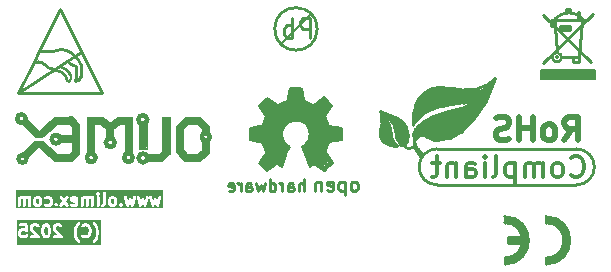
<source format=gbr>
%TF.GenerationSoftware,KiCad,Pcbnew,7.0.9-7.0.9~ubuntu22.04.1*%
%TF.CreationDate,2025-02-28T15:02:42+02:00*%
%TF.ProjectId,UEXT-3TO5V_Rev_A,55455854-2d33-4544-9f35-565f5265765f,A*%
%TF.SameCoordinates,PX68e7780PY76bb820*%
%TF.FileFunction,Legend,Bot*%
%TF.FilePolarity,Positive*%
%FSLAX46Y46*%
G04 Gerber Fmt 4.6, Leading zero omitted, Abs format (unit mm)*
G04 Created by KiCad (PCBNEW 7.0.9-7.0.9~ubuntu22.04.1) date 2025-02-28 15:02:42*
%MOMM*%
%LPD*%
G01*
G04 APERTURE LIST*
%ADD10C,0.254000*%
%ADD11C,0.350000*%
%ADD12C,0.500000*%
%ADD13C,0.300000*%
%ADD14C,0.200000*%
%ADD15C,0.150000*%
%ADD16C,0.127000*%
%ADD17C,0.700000*%
%ADD18C,0.100000*%
%ADD19C,0.400000*%
%ADD20C,0.370000*%
%ADD21C,0.380000*%
%ADD22C,1.000000*%
%ADD23C,0.420000*%
%ADD24C,0.508000*%
G04 APERTURE END LIST*
D10*
G36*
X3027339Y3875433D02*
G01*
X3046578Y3856194D01*
X3079506Y3790338D01*
X3120714Y3625506D01*
X3120714Y3414869D01*
X3079506Y3250037D01*
X3046578Y3184181D01*
X3027340Y3164944D01*
X2975829Y3139188D01*
X2939027Y3139188D01*
X2887515Y3164944D01*
X2868278Y3184181D01*
X2835350Y3250037D01*
X2794142Y3414869D01*
X2794142Y3625506D01*
X2835350Y3790338D01*
X2868278Y3856194D01*
X2887517Y3875433D01*
X2939027Y3901188D01*
X2975829Y3901188D01*
X3027339Y3875433D01*
G37*
G36*
X7583856Y2353321D02*
G01*
X459761Y2353321D01*
X459761Y3205711D01*
X604904Y3205711D01*
X608147Y3194666D01*
X606911Y3183218D01*
X618312Y3148915D01*
X666693Y3052153D01*
X668313Y3050411D01*
X668820Y3048084D01*
X690482Y3019146D01*
X738863Y2970765D01*
X740953Y2969624D01*
X742169Y2967577D01*
X771871Y2946975D01*
X868633Y2898595D01*
X879963Y2896557D01*
X889648Y2890332D01*
X925428Y2885188D01*
X1167333Y2885188D01*
X1178377Y2888432D01*
X1189825Y2887195D01*
X1224128Y2898595D01*
X1320890Y2946975D01*
X1322633Y2948597D01*
X1324960Y2949103D01*
X1353898Y2970765D01*
X1402279Y3019146D01*
X1436573Y3081953D01*
X1431469Y3153331D01*
X1388584Y3210617D01*
X1321536Y3235625D01*
X1251611Y3220414D01*
X1222673Y3198752D01*
X1188864Y3164944D01*
X1137353Y3139188D01*
X955408Y3139188D01*
X903896Y3164944D01*
X884659Y3184181D01*
X858904Y3235691D01*
X858904Y3417636D01*
X884659Y3469146D01*
X903898Y3488385D01*
X955408Y3514140D01*
X1137353Y3514140D01*
X1188863Y3488385D01*
X1222673Y3454575D01*
X1247949Y3440774D01*
X1271475Y3424179D01*
X1278930Y3423858D01*
X1285480Y3420281D01*
X1314201Y3422335D01*
X1342969Y3421093D01*
X1349414Y3424853D01*
X1356858Y3425385D01*
X1379909Y3442642D01*
X1404781Y3457150D01*
X1408171Y3463799D01*
X1414144Y3468270D01*
X1424205Y3495246D01*
X1437287Y3520901D01*
X1437746Y3531551D01*
X1439152Y3535318D01*
X1438115Y3540085D01*
X1438846Y3557015D01*
X1420757Y3737902D01*
X1572523Y3737902D01*
X1573193Y3735619D01*
X1572606Y3733312D01*
X1579040Y3697741D01*
X1627421Y3552598D01*
X1633991Y3543144D01*
X1636439Y3531894D01*
X1658102Y3502956D01*
X2021870Y3139188D01*
X1699523Y3139188D01*
X1630862Y3119027D01*
X1584000Y3064946D01*
X1573816Y2994114D01*
X1603543Y2929021D01*
X1663743Y2890332D01*
X1699523Y2885188D01*
X2328476Y2885188D01*
X2350235Y2891578D01*
X2372858Y2893195D01*
X2383902Y2901463D01*
X2397137Y2905349D01*
X2411987Y2922488D01*
X2430145Y2936080D01*
X2434965Y2949006D01*
X2443999Y2959430D01*
X2447226Y2981879D01*
X2455152Y3003128D01*
X2452219Y3016608D01*
X2454183Y3030262D01*
X2444761Y3050892D01*
X2439941Y3073053D01*
X2426349Y3091209D01*
X2424456Y3095355D01*
X2422123Y3096854D01*
X2418278Y3101991D01*
X2121033Y3399235D01*
X2540142Y3399235D01*
X2541114Y3395923D01*
X2543934Y3368433D01*
X2592315Y3174909D01*
X2594567Y3171070D01*
X2601931Y3148915D01*
X2650312Y3052153D01*
X2651932Y3050411D01*
X2652439Y3048084D01*
X2674101Y3019146D01*
X2722482Y2970765D01*
X2724572Y2969624D01*
X2725788Y2967577D01*
X2755490Y2946975D01*
X2852252Y2898595D01*
X2863582Y2896557D01*
X2873267Y2890332D01*
X2909047Y2885188D01*
X3005809Y2885188D01*
X3016853Y2888432D01*
X3028301Y2887195D01*
X3062604Y2898595D01*
X3159366Y2946975D01*
X3161109Y2948597D01*
X3163436Y2949103D01*
X3192374Y2970765D01*
X3240755Y3019146D01*
X3241896Y3021236D01*
X3243942Y3022451D01*
X3264544Y3052153D01*
X3312925Y3148915D01*
X3313713Y3153296D01*
X3322541Y3174909D01*
X3370922Y3368433D01*
X3370781Y3371884D01*
X3374714Y3399235D01*
X3374714Y3641140D01*
X3373741Y3644453D01*
X3370922Y3671942D01*
X3354432Y3737902D01*
X3507761Y3737902D01*
X3508431Y3735619D01*
X3507844Y3733312D01*
X3514278Y3697741D01*
X3562659Y3552598D01*
X3569229Y3543144D01*
X3571677Y3531894D01*
X3593340Y3502956D01*
X3957108Y3139188D01*
X3634761Y3139188D01*
X3566100Y3119027D01*
X3519238Y3064946D01*
X3509054Y2994114D01*
X3538781Y2929021D01*
X3598981Y2890332D01*
X3634761Y2885188D01*
X4263714Y2885188D01*
X4285473Y2891578D01*
X4308096Y2893195D01*
X4319140Y2901463D01*
X4332375Y2905349D01*
X4347225Y2922488D01*
X4365383Y2936080D01*
X4370203Y2949006D01*
X4379237Y2959430D01*
X4382464Y2981879D01*
X4390390Y3003128D01*
X4387457Y3016608D01*
X4389421Y3030262D01*
X4379999Y3050892D01*
X4375179Y3073053D01*
X4361587Y3091209D01*
X4359694Y3095355D01*
X4357361Y3096854D01*
X4353516Y3101991D01*
X4153034Y3302473D01*
X5297856Y3302473D01*
X5299213Y3297851D01*
X5300322Y3277566D01*
X5348703Y3035661D01*
X5350674Y3031901D01*
X5352754Y3020407D01*
X5401135Y2875265D01*
X5403745Y2871509D01*
X5408026Y2858630D01*
X5456407Y2761868D01*
X5459298Y2758760D01*
X5464329Y2748217D01*
X5561091Y2603074D01*
X5564783Y2599982D01*
X5576958Y2583718D01*
X5625339Y2535337D01*
X5688146Y2501043D01*
X5759524Y2506147D01*
X5816810Y2549032D01*
X5841818Y2616080D01*
X5826607Y2686005D01*
X5804945Y2714943D01*
X5765453Y2754435D01*
X5680055Y2882532D01*
X5639247Y2964147D01*
X5596219Y3093230D01*
X5591263Y3118009D01*
X5927132Y3118009D01*
X5942343Y3048084D01*
X5964005Y3019146D01*
X6012386Y2970765D01*
X6022491Y2965247D01*
X6029712Y2956279D01*
X6062029Y2940085D01*
X6207172Y2891705D01*
X6209549Y2891620D01*
X6211552Y2890332D01*
X6247332Y2885188D01*
X6344094Y2885188D01*
X6346377Y2885859D01*
X6348684Y2885271D01*
X6384254Y2891705D01*
X6529397Y2940085D01*
X6538851Y2946656D01*
X6550102Y2949103D01*
X6579040Y2970765D01*
X6675801Y3067527D01*
X6676941Y3069617D01*
X6678989Y3070832D01*
X6699591Y3100534D01*
X6747972Y3197296D01*
X6748760Y3201677D01*
X6757588Y3223290D01*
X6805969Y3416814D01*
X6805828Y3420265D01*
X6809761Y3447616D01*
X6809761Y3592759D01*
X6808788Y3596072D01*
X6805969Y3623561D01*
X6757588Y3817085D01*
X6755335Y3820925D01*
X6747972Y3843079D01*
X6699591Y3939841D01*
X6697970Y3941584D01*
X6697464Y3943910D01*
X6675801Y3972848D01*
X6579040Y4069610D01*
X6568934Y4075128D01*
X6561715Y4084095D01*
X6529398Y4100290D01*
X6384255Y4148671D01*
X6381876Y4148758D01*
X6379874Y4150044D01*
X6344094Y4155188D01*
X6247332Y4155188D01*
X6245047Y4154518D01*
X6242741Y4155105D01*
X6207171Y4148671D01*
X6062028Y4100290D01*
X6052573Y4093720D01*
X6041324Y4091272D01*
X6012386Y4069610D01*
X5964005Y4021229D01*
X5929711Y3958422D01*
X5934815Y3887044D01*
X5977700Y3829757D01*
X6044748Y3804750D01*
X6114673Y3819961D01*
X6143611Y3841623D01*
X6170793Y3868805D01*
X6267942Y3901188D01*
X6323484Y3901188D01*
X6420633Y3868805D01*
X6481624Y3807815D01*
X6514553Y3741957D01*
X6555761Y3577125D01*
X6555761Y3463250D01*
X6514553Y3298418D01*
X6481624Y3232561D01*
X6420633Y3171570D01*
X6323485Y3139188D01*
X6267941Y3139188D01*
X6170793Y3171570D01*
X6143611Y3198752D01*
X6080804Y3233046D01*
X6009426Y3227942D01*
X5952139Y3185057D01*
X5927132Y3118009D01*
X5591263Y3118009D01*
X5551856Y3315050D01*
X5551856Y3483421D01*
X5596220Y3705242D01*
X5639248Y3834325D01*
X5680054Y3915939D01*
X5765454Y4044037D01*
X5804945Y4083527D01*
X5839239Y4146334D01*
X5836661Y4182390D01*
X6894751Y4182390D01*
X6909962Y4112465D01*
X6931624Y4083527D01*
X6971116Y4044035D01*
X7056514Y3915939D01*
X7097321Y3834325D01*
X7140348Y3705243D01*
X7184713Y3483420D01*
X7184713Y3315050D01*
X7140348Y3093228D01*
X7097321Y2964147D01*
X7056514Y2882532D01*
X6971116Y2754435D01*
X6931624Y2714943D01*
X6897330Y2652136D01*
X6902434Y2580758D01*
X6945319Y2523471D01*
X7012367Y2498464D01*
X7082292Y2513675D01*
X7111230Y2535337D01*
X7159611Y2583718D01*
X7161921Y2587951D01*
X7175478Y2603074D01*
X7272240Y2748217D01*
X7273504Y2752270D01*
X7280162Y2761868D01*
X7328543Y2858630D01*
X7329352Y2863131D01*
X7335434Y2875265D01*
X7383815Y3020407D01*
X7383968Y3024650D01*
X7387866Y3035661D01*
X7436247Y3277567D01*
X7435822Y3282368D01*
X7438713Y3302473D01*
X7438713Y3495997D01*
X7437355Y3500620D01*
X7436247Y3520903D01*
X7387866Y3762809D01*
X7385894Y3766570D01*
X7383815Y3778063D01*
X7335434Y3923206D01*
X7332823Y3926963D01*
X7328543Y3939841D01*
X7280162Y4036603D01*
X7277271Y4039711D01*
X7272240Y4050255D01*
X7175478Y4195396D01*
X7171785Y4198489D01*
X7159611Y4214752D01*
X7111230Y4263133D01*
X7048423Y4297427D01*
X6977045Y4292323D01*
X6919758Y4249438D01*
X6894751Y4182390D01*
X5836661Y4182390D01*
X5834135Y4217712D01*
X5791250Y4274998D01*
X5724202Y4300006D01*
X5654277Y4284795D01*
X5625339Y4263133D01*
X5576958Y4214752D01*
X5574647Y4210520D01*
X5561091Y4195396D01*
X5464329Y4050254D01*
X5463064Y4046202D01*
X5456407Y4036603D01*
X5408026Y3939841D01*
X5407216Y3935341D01*
X5401135Y3923206D01*
X5352754Y3778063D01*
X5352600Y3773821D01*
X5348703Y3762809D01*
X5300322Y3520904D01*
X5300746Y3516103D01*
X5297856Y3495997D01*
X5297856Y3302473D01*
X4153034Y3302473D01*
X3794144Y3661362D01*
X3761761Y3758512D01*
X3761761Y3804684D01*
X3787516Y3856194D01*
X3806755Y3875433D01*
X3858265Y3901188D01*
X4040210Y3901188D01*
X4091720Y3875433D01*
X4125530Y3841623D01*
X4188337Y3807329D01*
X4259715Y3812433D01*
X4317001Y3855318D01*
X4342009Y3922366D01*
X4326798Y3992291D01*
X4305136Y4021229D01*
X4256755Y4069610D01*
X4254665Y4070752D01*
X4253450Y4072797D01*
X4223748Y4093399D01*
X4126986Y4141780D01*
X4115656Y4143819D01*
X4105970Y4150044D01*
X4070190Y4155188D01*
X3828285Y4155188D01*
X3817239Y4151945D01*
X3805792Y4153181D01*
X3771489Y4141780D01*
X3674727Y4093399D01*
X3672984Y4091779D01*
X3670658Y4091272D01*
X3641720Y4069610D01*
X3593339Y4021229D01*
X3592197Y4019140D01*
X3590152Y4017924D01*
X3569550Y3988222D01*
X3521169Y3891460D01*
X3519130Y3880131D01*
X3512905Y3870444D01*
X3507761Y3834664D01*
X3507761Y3737902D01*
X3354432Y3737902D01*
X3322541Y3865466D01*
X3320288Y3869306D01*
X3312925Y3891460D01*
X3264544Y3988222D01*
X3262923Y3989965D01*
X3262417Y3992291D01*
X3240755Y4021229D01*
X3192374Y4069610D01*
X3190284Y4070752D01*
X3189069Y4072797D01*
X3159367Y4093399D01*
X3062605Y4141780D01*
X3051275Y4143819D01*
X3041589Y4150044D01*
X3005809Y4155188D01*
X2909047Y4155188D01*
X2898001Y4151945D01*
X2886554Y4153181D01*
X2852251Y4141780D01*
X2755489Y4093399D01*
X2753746Y4091779D01*
X2751420Y4091272D01*
X2722482Y4069610D01*
X2674101Y4021229D01*
X2672959Y4019140D01*
X2670914Y4017924D01*
X2650312Y3988222D01*
X2601931Y3891460D01*
X2601142Y3887080D01*
X2592315Y3865466D01*
X2543934Y3671942D01*
X2544074Y3668492D01*
X2540142Y3641140D01*
X2540142Y3399235D01*
X2121033Y3399235D01*
X1858906Y3661362D01*
X1826523Y3758512D01*
X1826523Y3804684D01*
X1852278Y3856194D01*
X1871517Y3875433D01*
X1923027Y3901188D01*
X2104972Y3901188D01*
X2156482Y3875433D01*
X2190292Y3841623D01*
X2253099Y3807329D01*
X2324477Y3812433D01*
X2381763Y3855318D01*
X2406771Y3922366D01*
X2391560Y3992291D01*
X2369898Y4021229D01*
X2321517Y4069610D01*
X2319427Y4070752D01*
X2318212Y4072797D01*
X2288510Y4093399D01*
X2191748Y4141780D01*
X2180418Y4143819D01*
X2170732Y4150044D01*
X2134952Y4155188D01*
X1893047Y4155188D01*
X1882001Y4151945D01*
X1870554Y4153181D01*
X1836251Y4141780D01*
X1739489Y4093399D01*
X1737746Y4091779D01*
X1735420Y4091272D01*
X1706482Y4069610D01*
X1658101Y4021229D01*
X1656959Y4019140D01*
X1654914Y4017924D01*
X1634312Y3988222D01*
X1585931Y3891460D01*
X1583892Y3880131D01*
X1577667Y3870444D01*
X1572523Y3834664D01*
X1572523Y3737902D01*
X1420757Y3737902D01*
X1390465Y4040825D01*
X1389398Y4043456D01*
X1389802Y4046262D01*
X1376033Y4076411D01*
X1363572Y4107139D01*
X1361253Y4108775D01*
X1360075Y4111355D01*
X1332179Y4129283D01*
X1305096Y4148387D01*
X1302263Y4148510D01*
X1299875Y4150044D01*
X1264095Y4155188D01*
X780285Y4155188D01*
X711624Y4135027D01*
X664762Y4080946D01*
X654578Y4010114D01*
X684305Y3945021D01*
X744505Y3906332D01*
X780285Y3901188D01*
X1149161Y3901188D01*
X1162466Y3768140D01*
X925428Y3768140D01*
X914382Y3764897D01*
X902935Y3766133D01*
X868632Y3754732D01*
X771870Y3706351D01*
X770127Y3704731D01*
X767801Y3704224D01*
X738863Y3682562D01*
X690482Y3634181D01*
X689340Y3632092D01*
X687295Y3630876D01*
X666693Y3601174D01*
X618312Y3504412D01*
X616273Y3493083D01*
X610048Y3483396D01*
X604904Y3447616D01*
X604904Y3205711D01*
X459761Y3205711D01*
X459761Y4445149D01*
X7583856Y4445149D01*
X7583856Y2353321D01*
G37*
G36*
X2350005Y6203766D02*
G01*
X2369244Y6184527D01*
X2394999Y6133017D01*
X2394999Y5902691D01*
X2369244Y5851181D01*
X2350006Y5831944D01*
X2298495Y5806188D01*
X2213312Y5806188D01*
X2161800Y5831944D01*
X2142563Y5851181D01*
X2116808Y5902691D01*
X2116808Y6133017D01*
X2142563Y6184527D01*
X2161802Y6203766D01*
X2213312Y6229521D01*
X2298495Y6229521D01*
X2350005Y6203766D01*
G37*
G36*
X5426958Y6213480D02*
G01*
X5442999Y6181398D01*
X5442999Y6172770D01*
X5232148Y6214940D01*
X5261312Y6229521D01*
X5394876Y6229521D01*
X5426958Y6213480D01*
G37*
G36*
X8687910Y6203766D02*
G01*
X8707149Y6184527D01*
X8732904Y6133017D01*
X8732904Y5902691D01*
X8707149Y5851181D01*
X8687911Y5831944D01*
X8636400Y5806188D01*
X8551217Y5806188D01*
X8499705Y5831944D01*
X8480468Y5851181D01*
X8454713Y5902691D01*
X8454713Y6133017D01*
X8480468Y6184527D01*
X8499707Y6203766D01*
X8551217Y6229521D01*
X8636400Y6229521D01*
X8687910Y6203766D01*
G37*
G36*
X12852495Y5407045D02*
G01*
X411380Y5407045D01*
X411380Y5679188D01*
X556523Y5679188D01*
X576684Y5610527D01*
X630765Y5563665D01*
X701597Y5553481D01*
X766690Y5583208D01*
X805379Y5643408D01*
X810523Y5679188D01*
X810523Y6181398D01*
X826563Y6213480D01*
X858646Y6229521D01*
X943828Y6229521D01*
X975910Y6213480D01*
X991951Y6181398D01*
X991951Y5679188D01*
X1012112Y5610527D01*
X1066193Y5563665D01*
X1137025Y5553481D01*
X1202118Y5583208D01*
X1240807Y5643408D01*
X1245951Y5679188D01*
X1245951Y6181398D01*
X1261992Y6213480D01*
X1294074Y6229521D01*
X1379257Y6229521D01*
X1427380Y6205460D01*
X1427380Y5679188D01*
X1447541Y5610527D01*
X1501622Y5563665D01*
X1572454Y5553481D01*
X1637547Y5583208D01*
X1676236Y5643408D01*
X1681380Y5679188D01*
X1681380Y5872711D01*
X1862808Y5872711D01*
X1866051Y5861666D01*
X1864815Y5850218D01*
X1876216Y5815915D01*
X1924597Y5719153D01*
X1926217Y5717411D01*
X1926724Y5715084D01*
X1948386Y5686146D01*
X1996767Y5637765D01*
X1998857Y5636624D01*
X2000073Y5634577D01*
X2029775Y5613975D01*
X2126537Y5565595D01*
X2137867Y5563557D01*
X2147552Y5557332D01*
X2183332Y5552188D01*
X2328475Y5552188D01*
X2339519Y5555432D01*
X2350967Y5554195D01*
X2385270Y5565595D01*
X2482032Y5613975D01*
X2483775Y5615597D01*
X2486102Y5616103D01*
X2515040Y5637765D01*
X2563421Y5686146D01*
X2564562Y5688236D01*
X2566608Y5689451D01*
X2587210Y5719153D01*
X2635591Y5815915D01*
X2637629Y5827245D01*
X2643855Y5836931D01*
X2648999Y5872711D01*
X2648999Y6162997D01*
X2645755Y6174043D01*
X2646992Y6185490D01*
X2635591Y6219793D01*
X2593655Y6303665D01*
X2782125Y6303665D01*
X2804693Y6235756D01*
X2860392Y6190830D01*
X2931539Y6183147D01*
X2965842Y6194548D01*
X3035788Y6229521D01*
X3169352Y6229521D01*
X3220862Y6203766D01*
X3240101Y6184527D01*
X3265856Y6133017D01*
X3265856Y5902691D01*
X3240101Y5851181D01*
X3220863Y5831944D01*
X3169352Y5806188D01*
X3035788Y5806188D01*
X2965841Y5841161D01*
X2895413Y5853834D01*
X2829312Y5826419D01*
X2788527Y5767619D01*
X2786006Y5696104D01*
X2822549Y5634577D01*
X2852251Y5613975D01*
X2949013Y5565595D01*
X2960343Y5563557D01*
X2970028Y5557332D01*
X3005808Y5552188D01*
X3199332Y5552188D01*
X3210376Y5555432D01*
X3221824Y5554195D01*
X3256127Y5565595D01*
X3352889Y5613975D01*
X3354632Y5615597D01*
X3356959Y5616103D01*
X3385897Y5637765D01*
X3434278Y5686146D01*
X3435419Y5688236D01*
X3437465Y5689451D01*
X3458067Y5719153D01*
X3466804Y5736627D01*
X3653228Y5736627D01*
X3658980Y5710183D01*
X3660911Y5683186D01*
X3666467Y5675763D01*
X3668439Y5666702D01*
X3690102Y5637765D01*
X3738483Y5589385D01*
X3746620Y5584942D01*
X3752176Y5577520D01*
X3765101Y5572700D01*
X3775527Y5563665D01*
X3789183Y5561702D01*
X3801290Y5555091D01*
X3810536Y5555753D01*
X3819224Y5552512D01*
X3832704Y5555445D01*
X3846359Y5553481D01*
X3858907Y5559212D01*
X3872668Y5560196D01*
X3880088Y5565752D01*
X3889149Y5567722D01*
X3907306Y5581315D01*
X3911452Y5583208D01*
X3912950Y5585540D01*
X3918087Y5589385D01*
X3966467Y5637764D01*
X3970911Y5645904D01*
X3978334Y5651460D01*
X3987791Y5676816D01*
X3995649Y5691206D01*
X4088902Y5691206D01*
X4102475Y5620945D01*
X4151879Y5569176D01*
X4221429Y5552335D01*
X4289044Y5575768D01*
X4315194Y5600725D01*
X4481427Y5812295D01*
X4647660Y5600725D01*
X4705934Y5559191D01*
X4777411Y5555755D01*
X4839399Y5591509D01*
X4872217Y5655100D01*
X4865446Y5726339D01*
X4847385Y5757652D01*
X4642939Y6017855D01*
X4718966Y6114616D01*
X4959189Y6114616D01*
X4968332Y6083477D01*
X4975762Y6051887D01*
X4978340Y6049394D01*
X4979350Y6045955D01*
X5003867Y6024710D01*
X5027206Y6002143D01*
X5031779Y6000525D01*
X5033431Y5999093D01*
X5037459Y5998514D01*
X5061282Y5990082D01*
X5442999Y5913739D01*
X5442999Y5854310D01*
X5426958Y5822230D01*
X5394876Y5806188D01*
X5261312Y5806188D01*
X5191365Y5841161D01*
X5120937Y5853834D01*
X5054836Y5826419D01*
X5014051Y5767619D01*
X5011530Y5696104D01*
X5048073Y5634577D01*
X5077775Y5613975D01*
X5174537Y5565595D01*
X5185867Y5563557D01*
X5195552Y5557332D01*
X5231332Y5552188D01*
X5424856Y5552188D01*
X5435900Y5555432D01*
X5447348Y5554195D01*
X5481651Y5565595D01*
X5578413Y5613975D01*
X5595059Y5629460D01*
X5614608Y5641070D01*
X5627458Y5659597D01*
X5630810Y5662714D01*
X5631504Y5665430D01*
X5635210Y5670772D01*
X5639418Y5679188D01*
X5878428Y5679188D01*
X5898589Y5610527D01*
X5952670Y5563665D01*
X6023502Y5553481D01*
X6088595Y5583208D01*
X6127284Y5643408D01*
X6132428Y5679188D01*
X6132428Y6181398D01*
X6148468Y6213480D01*
X6180551Y6229521D01*
X6265733Y6229521D01*
X6297815Y6213480D01*
X6313856Y6181398D01*
X6313856Y5679188D01*
X6334017Y5610527D01*
X6388098Y5563665D01*
X6458930Y5553481D01*
X6524023Y5583208D01*
X6562712Y5643408D01*
X6567856Y5679188D01*
X6567856Y6181398D01*
X6583897Y6213480D01*
X6615979Y6229521D01*
X6701162Y6229521D01*
X6749285Y6205460D01*
X6749285Y5679188D01*
X6769446Y5610527D01*
X6823527Y5563665D01*
X6894359Y5553481D01*
X6959452Y5583208D01*
X6998141Y5643408D01*
X7003285Y5679188D01*
X7003285Y6356521D01*
X6983124Y6425182D01*
X6929043Y6472044D01*
X6858211Y6482228D01*
X6808820Y6459672D01*
X6787938Y6470113D01*
X6776608Y6472152D01*
X6766922Y6478377D01*
X6731142Y6483521D01*
X6585999Y6483521D01*
X6574953Y6480278D01*
X6563506Y6481514D01*
X6529203Y6470113D01*
X6440856Y6425940D01*
X6352509Y6470113D01*
X6341179Y6472152D01*
X6331493Y6478377D01*
X6295713Y6483521D01*
X6150570Y6483521D01*
X6139522Y6480278D01*
X6128076Y6481513D01*
X6093773Y6470113D01*
X5997012Y6421732D01*
X5980365Y6406247D01*
X5960819Y6394638D01*
X5947967Y6376110D01*
X5944617Y6372993D01*
X5943922Y6370279D01*
X5940217Y6364936D01*
X5891836Y6268174D01*
X5889797Y6256845D01*
X5883572Y6247158D01*
X5878428Y6211378D01*
X5878428Y5679188D01*
X5639418Y5679188D01*
X5683591Y5767534D01*
X5685629Y5778864D01*
X5691855Y5788550D01*
X5696999Y5824330D01*
X5696999Y6211378D01*
X5693755Y6222424D01*
X5694992Y6233871D01*
X5683591Y6268174D01*
X5635210Y6364936D01*
X5619725Y6381583D01*
X5608116Y6401130D01*
X5589589Y6413981D01*
X5586472Y6417332D01*
X5583756Y6418027D01*
X5578414Y6421732D01*
X5481652Y6470113D01*
X5470322Y6472152D01*
X5460636Y6478377D01*
X5424856Y6483521D01*
X5231332Y6483521D01*
X5220286Y6480278D01*
X5208839Y6481514D01*
X5174536Y6470113D01*
X5077774Y6421732D01*
X5061127Y6406248D01*
X5041580Y6394638D01*
X5028729Y6376112D01*
X5025378Y6372994D01*
X5024683Y6370279D01*
X5020978Y6364936D01*
X4972597Y6268174D01*
X4970558Y6256845D01*
X4964333Y6247158D01*
X4959189Y6211378D01*
X4959189Y6114616D01*
X4718966Y6114616D01*
X4847385Y6278057D01*
X4873952Y6344503D01*
X4860380Y6414763D01*
X4810975Y6466533D01*
X4741426Y6483374D01*
X4673811Y6459940D01*
X4647660Y6434984D01*
X4481427Y6223415D01*
X4315194Y6434984D01*
X4256921Y6476518D01*
X4185444Y6479954D01*
X4123456Y6444200D01*
X4090638Y6380609D01*
X4097409Y6309370D01*
X4115470Y6278058D01*
X4319915Y6017855D01*
X4115470Y5757651D01*
X4088902Y5691206D01*
X3995649Y5691206D01*
X4000763Y5700571D01*
X4000101Y5709821D01*
X4003342Y5718508D01*
X3997589Y5744953D01*
X3995659Y5771948D01*
X3990102Y5779371D01*
X3988131Y5788433D01*
X3966469Y5817371D01*
X3918088Y5865752D01*
X3909947Y5870197D01*
X3904393Y5877617D01*
X3891469Y5882438D01*
X3881043Y5891472D01*
X3867388Y5893436D01*
X3855281Y5900046D01*
X3846032Y5899385D01*
X3837345Y5902625D01*
X3823865Y5899693D01*
X3810211Y5901656D01*
X3797664Y5895927D01*
X3783903Y5894942D01*
X3776479Y5889385D01*
X3767420Y5887414D01*
X3749261Y5873822D01*
X3745118Y5871929D01*
X3743620Y5869599D01*
X3738482Y5865752D01*
X3690101Y5817371D01*
X3685656Y5809231D01*
X3678235Y5803675D01*
X3668778Y5778321D01*
X3655807Y5754564D01*
X3656468Y5745315D01*
X3653228Y5736627D01*
X3466804Y5736627D01*
X3506448Y5815915D01*
X3508486Y5827245D01*
X3514712Y5836931D01*
X3519856Y5872711D01*
X3519856Y6162997D01*
X3516612Y6174043D01*
X3517849Y6185490D01*
X3506448Y6219793D01*
X3458067Y6316555D01*
X3456446Y6318298D01*
X3455940Y6320624D01*
X3434278Y6349562D01*
X3385897Y6397943D01*
X3383807Y6399085D01*
X3382592Y6401130D01*
X3352890Y6421732D01*
X3256128Y6470113D01*
X3244798Y6472152D01*
X3235112Y6478377D01*
X3199332Y6483521D01*
X3005808Y6483521D01*
X2994762Y6480278D01*
X2983315Y6481514D01*
X2949012Y6470113D01*
X2852250Y6421732D01*
X2799854Y6372994D01*
X2782125Y6303665D01*
X2593655Y6303665D01*
X2587210Y6316555D01*
X2585589Y6318298D01*
X2585083Y6320624D01*
X2563421Y6349562D01*
X2515040Y6397943D01*
X2512950Y6399085D01*
X2511735Y6401130D01*
X2482033Y6421732D01*
X2385271Y6470113D01*
X2373941Y6472152D01*
X2364255Y6478377D01*
X2328475Y6483521D01*
X2183332Y6483521D01*
X2172286Y6480278D01*
X2160839Y6481514D01*
X2126536Y6470113D01*
X2029774Y6421732D01*
X2028031Y6420112D01*
X2025705Y6419605D01*
X1996767Y6397943D01*
X1948386Y6349562D01*
X1947244Y6347473D01*
X1945199Y6346257D01*
X1924597Y6316555D01*
X1876216Y6219793D01*
X1874177Y6208464D01*
X1867952Y6198777D01*
X1862808Y6162997D01*
X1862808Y5872711D01*
X1681380Y5872711D01*
X1681380Y6356521D01*
X1661219Y6425182D01*
X1607138Y6472044D01*
X1536306Y6482228D01*
X1486915Y6459672D01*
X1466033Y6470113D01*
X1454703Y6472152D01*
X1445017Y6478377D01*
X1409237Y6483521D01*
X1264094Y6483521D01*
X1253048Y6480278D01*
X1241601Y6481514D01*
X1207298Y6470113D01*
X1118951Y6425940D01*
X1030604Y6470113D01*
X1019274Y6472152D01*
X1009588Y6478377D01*
X973808Y6483521D01*
X828665Y6483521D01*
X817617Y6480278D01*
X806171Y6481513D01*
X771868Y6470113D01*
X675107Y6421732D01*
X658460Y6406247D01*
X638914Y6394638D01*
X626062Y6376110D01*
X622712Y6372993D01*
X622017Y6370279D01*
X618312Y6364936D01*
X569931Y6268174D01*
X567892Y6256845D01*
X561667Y6247158D01*
X556523Y6211378D01*
X556523Y5679188D01*
X411380Y5679188D01*
X411380Y6655867D01*
X7185038Y6655867D01*
X7190790Y6629423D01*
X7192721Y6602425D01*
X7198278Y6595002D01*
X7200249Y6585942D01*
X7221911Y6557004D01*
X7270292Y6508623D01*
X7278430Y6504179D01*
X7283987Y6496757D01*
X7296912Y6491937D01*
X7307337Y6482903D01*
X7320991Y6480940D01*
X7329284Y6476412D01*
X7276928Y6452501D01*
X7238239Y6392301D01*
X7233095Y6356521D01*
X7233095Y5679188D01*
X7253256Y5610527D01*
X7307337Y5563665D01*
X7378169Y5553481D01*
X7443262Y5583208D01*
X7481951Y5643408D01*
X7486452Y5674714D01*
X7620221Y5674714D01*
X7642789Y5606805D01*
X7698487Y5561878D01*
X7769634Y5554195D01*
X7803937Y5565595D01*
X7900699Y5613975D01*
X7917345Y5629460D01*
X7936894Y5641070D01*
X7949744Y5659597D01*
X7953096Y5662714D01*
X7953790Y5665430D01*
X7957496Y5670772D01*
X8005877Y5767534D01*
X8007915Y5778864D01*
X8014141Y5788550D01*
X8019285Y5824330D01*
X8019285Y5872711D01*
X8200713Y5872711D01*
X8203956Y5861666D01*
X8202720Y5850218D01*
X8214121Y5815915D01*
X8262502Y5719153D01*
X8264122Y5717411D01*
X8264629Y5715084D01*
X8286291Y5686146D01*
X8334672Y5637765D01*
X8336762Y5636624D01*
X8337978Y5634577D01*
X8367680Y5613975D01*
X8464442Y5565595D01*
X8475772Y5563557D01*
X8485457Y5557332D01*
X8521237Y5552188D01*
X8666380Y5552188D01*
X8677424Y5555432D01*
X8688872Y5554195D01*
X8723175Y5565595D01*
X8819937Y5613975D01*
X8821680Y5615597D01*
X8824007Y5616103D01*
X8852945Y5637765D01*
X8901326Y5686146D01*
X8902467Y5688236D01*
X8904513Y5689451D01*
X8925115Y5719153D01*
X8933852Y5736627D01*
X9120276Y5736627D01*
X9126028Y5710183D01*
X9127959Y5683186D01*
X9133515Y5675763D01*
X9135487Y5666702D01*
X9157150Y5637765D01*
X9205531Y5589385D01*
X9213668Y5584942D01*
X9219224Y5577520D01*
X9232149Y5572700D01*
X9242575Y5563665D01*
X9256231Y5561702D01*
X9268338Y5555091D01*
X9277584Y5555753D01*
X9286272Y5552512D01*
X9299752Y5555445D01*
X9313407Y5553481D01*
X9325955Y5559212D01*
X9339716Y5560196D01*
X9347136Y5565752D01*
X9356197Y5567722D01*
X9374354Y5581315D01*
X9378500Y5583208D01*
X9379998Y5585540D01*
X9385135Y5589385D01*
X9433515Y5637764D01*
X9437959Y5645904D01*
X9445382Y5651460D01*
X9454839Y5676816D01*
X9467811Y5700571D01*
X9467149Y5709821D01*
X9470390Y5718508D01*
X9464637Y5744953D01*
X9462707Y5771948D01*
X9457150Y5779371D01*
X9455179Y5788433D01*
X9433517Y5817371D01*
X9385136Y5865752D01*
X9376995Y5870197D01*
X9371441Y5877617D01*
X9358517Y5882438D01*
X9348091Y5891472D01*
X9334436Y5893436D01*
X9322329Y5900046D01*
X9313080Y5899385D01*
X9304393Y5902625D01*
X9290913Y5899693D01*
X9277259Y5901656D01*
X9264712Y5895927D01*
X9250951Y5894942D01*
X9243527Y5889385D01*
X9234468Y5887414D01*
X9216309Y5873822D01*
X9212166Y5871929D01*
X9210668Y5869599D01*
X9205530Y5865752D01*
X9157149Y5817371D01*
X9152704Y5809231D01*
X9145283Y5803675D01*
X9135826Y5778321D01*
X9122855Y5754564D01*
X9123516Y5745315D01*
X9120276Y5736627D01*
X8933852Y5736627D01*
X8973496Y5815915D01*
X8975534Y5827245D01*
X8981760Y5836931D01*
X8986904Y5872711D01*
X8986904Y6162997D01*
X8983660Y6174043D01*
X8984897Y6185490D01*
X8973496Y6219793D01*
X8925115Y6316555D01*
X8923494Y6318298D01*
X8922988Y6320624D01*
X8901326Y6349562D01*
X8893440Y6357448D01*
X9555383Y6357448D01*
X9560266Y6321631D01*
X9753790Y5644298D01*
X9770060Y5618571D01*
X9784015Y5591521D01*
X9788977Y5588659D01*
X9792038Y5583818D01*
X9819629Y5570973D01*
X9845999Y5555759D01*
X9851720Y5556034D01*
X9856913Y5553616D01*
X9887070Y5557728D01*
X9917476Y5559185D01*
X9922141Y5562510D01*
X9927817Y5563283D01*
X9950963Y5583046D01*
X9975756Y5600711D01*
X9979739Y5607615D01*
X9982239Y5609749D01*
X9983627Y5614355D01*
X9993821Y5632021D01*
X10069427Y5821039D01*
X10145035Y5632022D01*
X10163845Y5608088D01*
X10180487Y5582604D01*
X10185714Y5580263D01*
X10189254Y5575759D01*
X10218013Y5565796D01*
X10245796Y5553352D01*
X10251460Y5554209D01*
X10256872Y5552334D01*
X10286449Y5559501D01*
X10316551Y5564053D01*
X10320853Y5567837D01*
X10326420Y5569185D01*
X10347426Y5591203D01*
X10370290Y5611308D01*
X10373548Y5618584D01*
X10375817Y5620961D01*
X10376728Y5625684D01*
X10385066Y5644298D01*
X10578590Y6321631D01*
X10578328Y6357448D01*
X10619764Y6357448D01*
X10624647Y6321631D01*
X10818171Y5644298D01*
X10834441Y5618571D01*
X10848396Y5591521D01*
X10853358Y5588659D01*
X10856419Y5583818D01*
X10884010Y5570973D01*
X10910380Y5555759D01*
X10916101Y5556034D01*
X10921294Y5553616D01*
X10951451Y5557728D01*
X10981857Y5559185D01*
X10986522Y5562510D01*
X10992198Y5563283D01*
X11015344Y5583046D01*
X11040137Y5600711D01*
X11044120Y5607615D01*
X11046620Y5609749D01*
X11048008Y5614355D01*
X11058202Y5632021D01*
X11133808Y5821039D01*
X11209416Y5632022D01*
X11228226Y5608088D01*
X11244868Y5582604D01*
X11250095Y5580263D01*
X11253635Y5575759D01*
X11282394Y5565796D01*
X11310177Y5553352D01*
X11315841Y5554209D01*
X11321253Y5552334D01*
X11350830Y5559501D01*
X11380932Y5564053D01*
X11385234Y5567837D01*
X11390801Y5569185D01*
X11411807Y5591203D01*
X11434671Y5611308D01*
X11437929Y5618584D01*
X11440198Y5620961D01*
X11441109Y5625684D01*
X11449447Y5644298D01*
X11642971Y6321631D01*
X11642709Y6357448D01*
X11684145Y6357448D01*
X11689028Y6321631D01*
X11882552Y5644298D01*
X11898822Y5618571D01*
X11912777Y5591521D01*
X11917739Y5588659D01*
X11920800Y5583818D01*
X11948391Y5570973D01*
X11974761Y5555759D01*
X11980482Y5556034D01*
X11985675Y5553616D01*
X12015832Y5557728D01*
X12046238Y5559185D01*
X12050903Y5562510D01*
X12056579Y5563283D01*
X12079725Y5583046D01*
X12104518Y5600711D01*
X12108501Y5607615D01*
X12111001Y5609749D01*
X12112389Y5614355D01*
X12122583Y5632021D01*
X12198189Y5821039D01*
X12273797Y5632022D01*
X12292607Y5608088D01*
X12309249Y5582604D01*
X12314476Y5580263D01*
X12318016Y5575759D01*
X12346775Y5565796D01*
X12374558Y5553352D01*
X12380222Y5554209D01*
X12385634Y5552334D01*
X12415211Y5559501D01*
X12445313Y5564053D01*
X12449615Y5567837D01*
X12455182Y5569185D01*
X12476188Y5591203D01*
X12499052Y5611308D01*
X12502310Y5618584D01*
X12504579Y5620961D01*
X12505490Y5625684D01*
X12513828Y5644298D01*
X12707352Y6321631D01*
X12706829Y6393189D01*
X12667703Y6453105D01*
X12602394Y6482357D01*
X12531639Y6471656D01*
X12477900Y6424401D01*
X12463124Y6391411D01*
X12371658Y6071284D01*
X12316107Y6210164D01*
X12301163Y6229178D01*
X12290079Y6250663D01*
X12279461Y6256789D01*
X12271887Y6266426D01*
X12249038Y6274342D01*
X12228095Y6286425D01*
X12215852Y6285839D01*
X12204270Y6289851D01*
X12180767Y6284157D01*
X12156617Y6282999D01*
X12146634Y6275887D01*
X12134722Y6273000D01*
X12118031Y6255507D01*
X12098338Y6241474D01*
X12088690Y6224753D01*
X12085325Y6221225D01*
X12084656Y6217760D01*
X12080273Y6210163D01*
X12024721Y6071284D01*
X11933256Y6391411D01*
X11895008Y6451891D01*
X11830133Y6482093D01*
X11759229Y6472426D01*
X11704807Y6425960D01*
X11684145Y6357448D01*
X11642709Y6357448D01*
X11642448Y6393189D01*
X11603322Y6453105D01*
X11538013Y6482357D01*
X11467258Y6471656D01*
X11413519Y6424401D01*
X11398743Y6391411D01*
X11307277Y6071284D01*
X11251726Y6210164D01*
X11236782Y6229178D01*
X11225698Y6250663D01*
X11215080Y6256789D01*
X11207506Y6266426D01*
X11184657Y6274342D01*
X11163714Y6286425D01*
X11151471Y6285839D01*
X11139889Y6289851D01*
X11116386Y6284157D01*
X11092236Y6282999D01*
X11082253Y6275887D01*
X11070341Y6273000D01*
X11053650Y6255507D01*
X11033957Y6241474D01*
X11024309Y6224753D01*
X11020944Y6221225D01*
X11020275Y6217760D01*
X11015892Y6210163D01*
X10960340Y6071284D01*
X10868875Y6391411D01*
X10830627Y6451891D01*
X10765752Y6482093D01*
X10694848Y6472426D01*
X10640426Y6425960D01*
X10619764Y6357448D01*
X10578328Y6357448D01*
X10578067Y6393189D01*
X10538941Y6453105D01*
X10473632Y6482357D01*
X10402877Y6471656D01*
X10349138Y6424401D01*
X10334362Y6391411D01*
X10242896Y6071284D01*
X10187345Y6210164D01*
X10172401Y6229178D01*
X10161317Y6250663D01*
X10150699Y6256789D01*
X10143125Y6266426D01*
X10120276Y6274342D01*
X10099333Y6286425D01*
X10087090Y6285839D01*
X10075508Y6289851D01*
X10052005Y6284157D01*
X10027855Y6282999D01*
X10017872Y6275887D01*
X10005960Y6273000D01*
X9989269Y6255507D01*
X9969576Y6241474D01*
X9959928Y6224753D01*
X9956563Y6221225D01*
X9955894Y6217760D01*
X9951511Y6210163D01*
X9895959Y6071284D01*
X9804494Y6391411D01*
X9766246Y6451891D01*
X9701371Y6482093D01*
X9630467Y6472426D01*
X9576045Y6425960D01*
X9555383Y6357448D01*
X8893440Y6357448D01*
X8852945Y6397943D01*
X8850855Y6399085D01*
X8849640Y6401130D01*
X8819938Y6421732D01*
X8723176Y6470113D01*
X8711846Y6472152D01*
X8702160Y6478377D01*
X8666380Y6483521D01*
X8521237Y6483521D01*
X8510191Y6480278D01*
X8498744Y6481514D01*
X8464441Y6470113D01*
X8367679Y6421732D01*
X8365936Y6420112D01*
X8363610Y6419605D01*
X8334672Y6397943D01*
X8286291Y6349562D01*
X8285149Y6347473D01*
X8283104Y6346257D01*
X8262502Y6316555D01*
X8214121Y6219793D01*
X8212082Y6208464D01*
X8205857Y6198777D01*
X8200713Y6162997D01*
X8200713Y5872711D01*
X8019285Y5872711D01*
X8019285Y6695188D01*
X7999124Y6763849D01*
X7945043Y6810711D01*
X7874211Y6820895D01*
X7809118Y6791168D01*
X7770429Y6730968D01*
X7765285Y6695188D01*
X7765285Y5854310D01*
X7749244Y5822230D01*
X7690347Y5792781D01*
X7637950Y5744042D01*
X7620221Y5674714D01*
X7486452Y5674714D01*
X7487095Y5679188D01*
X7487095Y6356521D01*
X7466934Y6425182D01*
X7412853Y6472044D01*
X7385349Y6475999D01*
X7390715Y6478449D01*
X7404477Y6479433D01*
X7411900Y6484991D01*
X7420960Y6486961D01*
X7439118Y6500554D01*
X7443262Y6502446D01*
X7444759Y6504777D01*
X7449898Y6508623D01*
X7498279Y6557004D01*
X7502723Y6565145D01*
X7510144Y6570699D01*
X7519600Y6596054D01*
X7532573Y6619811D01*
X7531911Y6629060D01*
X7535152Y6637747D01*
X7529399Y6664192D01*
X7527469Y6691189D01*
X7521911Y6698613D01*
X7519941Y6707672D01*
X7498279Y6736610D01*
X7449898Y6784991D01*
X7441757Y6789436D01*
X7436203Y6796856D01*
X7423279Y6801677D01*
X7412853Y6810711D01*
X7399198Y6812675D01*
X7387091Y6819285D01*
X7377842Y6818624D01*
X7369155Y6821864D01*
X7355675Y6818932D01*
X7342021Y6820895D01*
X7329474Y6815166D01*
X7315713Y6814181D01*
X7308289Y6808624D01*
X7299230Y6806653D01*
X7281071Y6793061D01*
X7276928Y6791168D01*
X7275430Y6788838D01*
X7270292Y6784991D01*
X7221911Y6736610D01*
X7217466Y6728472D01*
X7210045Y6722915D01*
X7200587Y6697557D01*
X7187617Y6673803D01*
X7188278Y6664555D01*
X7185038Y6655867D01*
X411380Y6655867D01*
X411380Y6967007D01*
X12852495Y6967007D01*
X12852495Y5407045D01*
G37*
X25300268Y19820435D02*
X25300268Y21520435D01*
X25300268Y21520435D02*
X24728839Y21520435D01*
X24728839Y21520435D02*
X24585982Y21439483D01*
X24585982Y21439483D02*
X24514553Y21358530D01*
X24514553Y21358530D02*
X24443125Y21196626D01*
X24443125Y21196626D02*
X24443125Y20953768D01*
X24443125Y20953768D02*
X24514553Y20791864D01*
X24514553Y20791864D02*
X24585982Y20710911D01*
X24585982Y20710911D02*
X24728839Y20629959D01*
X24728839Y20629959D02*
X25300268Y20629959D01*
X23800268Y19820435D02*
X23800268Y21520435D01*
X23800268Y20872816D02*
X23657411Y20953768D01*
X23657411Y20953768D02*
X23371696Y20953768D01*
X23371696Y20953768D02*
X23228839Y20872816D01*
X23228839Y20872816D02*
X23157411Y20791864D01*
X23157411Y20791864D02*
X23085982Y20629959D01*
X23085982Y20629959D02*
X23085982Y20144245D01*
X23085982Y20144245D02*
X23157411Y19982340D01*
X23157411Y19982340D02*
X23228839Y19901387D01*
X23228839Y19901387D02*
X23371696Y19820435D01*
X23371696Y19820435D02*
X23657411Y19820435D01*
X23657411Y19820435D02*
X23800268Y19901387D01*
X24793082Y6872988D02*
X24793082Y7888988D01*
X24357653Y6872988D02*
X24357653Y7405178D01*
X24357653Y7405178D02*
X24406034Y7501940D01*
X24406034Y7501940D02*
X24502796Y7550321D01*
X24502796Y7550321D02*
X24647939Y7550321D01*
X24647939Y7550321D02*
X24744701Y7501940D01*
X24744701Y7501940D02*
X24793082Y7453559D01*
X23438415Y6872988D02*
X23438415Y7405178D01*
X23438415Y7405178D02*
X23486796Y7501940D01*
X23486796Y7501940D02*
X23583558Y7550321D01*
X23583558Y7550321D02*
X23777082Y7550321D01*
X23777082Y7550321D02*
X23873844Y7501940D01*
X23438415Y6921368D02*
X23535177Y6872988D01*
X23535177Y6872988D02*
X23777082Y6872988D01*
X23777082Y6872988D02*
X23873844Y6921368D01*
X23873844Y6921368D02*
X23922225Y7018130D01*
X23922225Y7018130D02*
X23922225Y7114892D01*
X23922225Y7114892D02*
X23873844Y7211654D01*
X23873844Y7211654D02*
X23777082Y7260035D01*
X23777082Y7260035D02*
X23535177Y7260035D01*
X23535177Y7260035D02*
X23438415Y7308416D01*
X22954606Y6872988D02*
X22954606Y7550321D01*
X22954606Y7356797D02*
X22906225Y7453559D01*
X22906225Y7453559D02*
X22857844Y7501940D01*
X22857844Y7501940D02*
X22761082Y7550321D01*
X22761082Y7550321D02*
X22664320Y7550321D01*
X21890225Y6872988D02*
X21890225Y7888988D01*
X21890225Y6921368D02*
X21986987Y6872988D01*
X21986987Y6872988D02*
X22180511Y6872988D01*
X22180511Y6872988D02*
X22277273Y6921368D01*
X22277273Y6921368D02*
X22325654Y6969749D01*
X22325654Y6969749D02*
X22374035Y7066511D01*
X22374035Y7066511D02*
X22374035Y7356797D01*
X22374035Y7356797D02*
X22325654Y7453559D01*
X22325654Y7453559D02*
X22277273Y7501940D01*
X22277273Y7501940D02*
X22180511Y7550321D01*
X22180511Y7550321D02*
X21986987Y7550321D01*
X21986987Y7550321D02*
X21890225Y7501940D01*
X21503178Y7550321D02*
X21309654Y6872988D01*
X21309654Y6872988D02*
X21116130Y7356797D01*
X21116130Y7356797D02*
X20922606Y6872988D01*
X20922606Y6872988D02*
X20729082Y7550321D01*
X19906606Y6872988D02*
X19906606Y7405178D01*
X19906606Y7405178D02*
X19954987Y7501940D01*
X19954987Y7501940D02*
X20051749Y7550321D01*
X20051749Y7550321D02*
X20245273Y7550321D01*
X20245273Y7550321D02*
X20342035Y7501940D01*
X19906606Y6921368D02*
X20003368Y6872988D01*
X20003368Y6872988D02*
X20245273Y6872988D01*
X20245273Y6872988D02*
X20342035Y6921368D01*
X20342035Y6921368D02*
X20390416Y7018130D01*
X20390416Y7018130D02*
X20390416Y7114892D01*
X20390416Y7114892D02*
X20342035Y7211654D01*
X20342035Y7211654D02*
X20245273Y7260035D01*
X20245273Y7260035D02*
X20003368Y7260035D01*
X20003368Y7260035D02*
X19906606Y7308416D01*
X19422797Y6872988D02*
X19422797Y7550321D01*
X19422797Y7356797D02*
X19374416Y7453559D01*
X19374416Y7453559D02*
X19326035Y7501940D01*
X19326035Y7501940D02*
X19229273Y7550321D01*
X19229273Y7550321D02*
X19132511Y7550321D01*
X18406797Y6921368D02*
X18503559Y6872988D01*
X18503559Y6872988D02*
X18697083Y6872988D01*
X18697083Y6872988D02*
X18793845Y6921368D01*
X18793845Y6921368D02*
X18842226Y7018130D01*
X18842226Y7018130D02*
X18842226Y7405178D01*
X18842226Y7405178D02*
X18793845Y7501940D01*
X18793845Y7501940D02*
X18697083Y7550321D01*
X18697083Y7550321D02*
X18503559Y7550321D01*
X18503559Y7550321D02*
X18406797Y7501940D01*
X18406797Y7501940D02*
X18358416Y7405178D01*
X18358416Y7405178D02*
X18358416Y7308416D01*
X18358416Y7308416D02*
X18842226Y7211654D01*
X29118702Y6905675D02*
X29227559Y6960103D01*
X29227559Y6960103D02*
X29281988Y7014532D01*
X29281988Y7014532D02*
X29336416Y7123389D01*
X29336416Y7123389D02*
X29336416Y7449961D01*
X29336416Y7449961D02*
X29281988Y7558818D01*
X29281988Y7558818D02*
X29227559Y7613246D01*
X29227559Y7613246D02*
X29118702Y7667675D01*
X29118702Y7667675D02*
X28955416Y7667675D01*
X28955416Y7667675D02*
X28846559Y7613246D01*
X28846559Y7613246D02*
X28792131Y7558818D01*
X28792131Y7558818D02*
X28737702Y7449961D01*
X28737702Y7449961D02*
X28737702Y7123389D01*
X28737702Y7123389D02*
X28792131Y7014532D01*
X28792131Y7014532D02*
X28846559Y6960103D01*
X28846559Y6960103D02*
X28955416Y6905675D01*
X28955416Y6905675D02*
X29118702Y6905675D01*
X28247845Y7667675D02*
X28247845Y6524675D01*
X28247845Y7613246D02*
X28138988Y7667675D01*
X28138988Y7667675D02*
X27921273Y7667675D01*
X27921273Y7667675D02*
X27812416Y7613246D01*
X27812416Y7613246D02*
X27757988Y7558818D01*
X27757988Y7558818D02*
X27703559Y7449961D01*
X27703559Y7449961D02*
X27703559Y7123389D01*
X27703559Y7123389D02*
X27757988Y7014532D01*
X27757988Y7014532D02*
X27812416Y6960103D01*
X27812416Y6960103D02*
X27921273Y6905675D01*
X27921273Y6905675D02*
X28138988Y6905675D01*
X28138988Y6905675D02*
X28247845Y6960103D01*
X26778273Y6960103D02*
X26887130Y6905675D01*
X26887130Y6905675D02*
X27104845Y6905675D01*
X27104845Y6905675D02*
X27213702Y6960103D01*
X27213702Y6960103D02*
X27268130Y7068961D01*
X27268130Y7068961D02*
X27268130Y7504389D01*
X27268130Y7504389D02*
X27213702Y7613246D01*
X27213702Y7613246D02*
X27104845Y7667675D01*
X27104845Y7667675D02*
X26887130Y7667675D01*
X26887130Y7667675D02*
X26778273Y7613246D01*
X26778273Y7613246D02*
X26723845Y7504389D01*
X26723845Y7504389D02*
X26723845Y7395532D01*
X26723845Y7395532D02*
X27268130Y7286675D01*
X26233988Y7667675D02*
X26233988Y6905675D01*
X26233988Y7558818D02*
X26179559Y7613246D01*
X26179559Y7613246D02*
X26070702Y7667675D01*
X26070702Y7667675D02*
X25907416Y7667675D01*
X25907416Y7667675D02*
X25798559Y7613246D01*
X25798559Y7613246D02*
X25744131Y7504389D01*
X25744131Y7504389D02*
X25744131Y6905675D01*
D11*
X47418193Y8244196D02*
X47502860Y8159529D01*
X47502860Y8159529D02*
X47756860Y8074863D01*
X47756860Y8074863D02*
X47926193Y8074863D01*
X47926193Y8074863D02*
X48180193Y8159529D01*
X48180193Y8159529D02*
X48349527Y8328863D01*
X48349527Y8328863D02*
X48434193Y8498196D01*
X48434193Y8498196D02*
X48518860Y8836863D01*
X48518860Y8836863D02*
X48518860Y9090863D01*
X48518860Y9090863D02*
X48434193Y9429529D01*
X48434193Y9429529D02*
X48349527Y9598863D01*
X48349527Y9598863D02*
X48180193Y9768196D01*
X48180193Y9768196D02*
X47926193Y9852863D01*
X47926193Y9852863D02*
X47756860Y9852863D01*
X47756860Y9852863D02*
X47502860Y9768196D01*
X47502860Y9768196D02*
X47418193Y9683529D01*
X46402193Y8074863D02*
X46571527Y8159529D01*
X46571527Y8159529D02*
X46656193Y8244196D01*
X46656193Y8244196D02*
X46740860Y8413529D01*
X46740860Y8413529D02*
X46740860Y8921529D01*
X46740860Y8921529D02*
X46656193Y9090863D01*
X46656193Y9090863D02*
X46571527Y9175529D01*
X46571527Y9175529D02*
X46402193Y9260196D01*
X46402193Y9260196D02*
X46148193Y9260196D01*
X46148193Y9260196D02*
X45978860Y9175529D01*
X45978860Y9175529D02*
X45894193Y9090863D01*
X45894193Y9090863D02*
X45809527Y8921529D01*
X45809527Y8921529D02*
X45809527Y8413529D01*
X45809527Y8413529D02*
X45894193Y8244196D01*
X45894193Y8244196D02*
X45978860Y8159529D01*
X45978860Y8159529D02*
X46148193Y8074863D01*
X46148193Y8074863D02*
X46402193Y8074863D01*
X45047526Y8074863D02*
X45047526Y9260196D01*
X45047526Y9090863D02*
X44962860Y9175529D01*
X44962860Y9175529D02*
X44793526Y9260196D01*
X44793526Y9260196D02*
X44539526Y9260196D01*
X44539526Y9260196D02*
X44370193Y9175529D01*
X44370193Y9175529D02*
X44285526Y9006196D01*
X44285526Y9006196D02*
X44285526Y8074863D01*
X44285526Y9006196D02*
X44200860Y9175529D01*
X44200860Y9175529D02*
X44031526Y9260196D01*
X44031526Y9260196D02*
X43777526Y9260196D01*
X43777526Y9260196D02*
X43608193Y9175529D01*
X43608193Y9175529D02*
X43523526Y9006196D01*
X43523526Y9006196D02*
X43523526Y8074863D01*
X42676859Y9260196D02*
X42676859Y7482196D01*
X42676859Y9175529D02*
X42507526Y9260196D01*
X42507526Y9260196D02*
X42168859Y9260196D01*
X42168859Y9260196D02*
X41999526Y9175529D01*
X41999526Y9175529D02*
X41914859Y9090863D01*
X41914859Y9090863D02*
X41830193Y8921529D01*
X41830193Y8921529D02*
X41830193Y8413529D01*
X41830193Y8413529D02*
X41914859Y8244196D01*
X41914859Y8244196D02*
X41999526Y8159529D01*
X41999526Y8159529D02*
X42168859Y8074863D01*
X42168859Y8074863D02*
X42507526Y8074863D01*
X42507526Y8074863D02*
X42676859Y8159529D01*
X40814192Y8074863D02*
X40983526Y8159529D01*
X40983526Y8159529D02*
X41068192Y8328863D01*
X41068192Y8328863D02*
X41068192Y9852863D01*
X40136859Y8074863D02*
X40136859Y9260196D01*
X40136859Y9852863D02*
X40221526Y9768196D01*
X40221526Y9768196D02*
X40136859Y9683529D01*
X40136859Y9683529D02*
X40052193Y9768196D01*
X40052193Y9768196D02*
X40136859Y9852863D01*
X40136859Y9852863D02*
X40136859Y9683529D01*
X38528192Y8074863D02*
X38528192Y9006196D01*
X38528192Y9006196D02*
X38612859Y9175529D01*
X38612859Y9175529D02*
X38782192Y9260196D01*
X38782192Y9260196D02*
X39120859Y9260196D01*
X39120859Y9260196D02*
X39290192Y9175529D01*
X38528192Y8159529D02*
X38697526Y8074863D01*
X38697526Y8074863D02*
X39120859Y8074863D01*
X39120859Y8074863D02*
X39290192Y8159529D01*
X39290192Y8159529D02*
X39374859Y8328863D01*
X39374859Y8328863D02*
X39374859Y8498196D01*
X39374859Y8498196D02*
X39290192Y8667529D01*
X39290192Y8667529D02*
X39120859Y8752196D01*
X39120859Y8752196D02*
X38697526Y8752196D01*
X38697526Y8752196D02*
X38528192Y8836863D01*
X37681525Y9260196D02*
X37681525Y8074863D01*
X37681525Y9090863D02*
X37596859Y9175529D01*
X37596859Y9175529D02*
X37427525Y9260196D01*
X37427525Y9260196D02*
X37173525Y9260196D01*
X37173525Y9260196D02*
X37004192Y9175529D01*
X37004192Y9175529D02*
X36919525Y9006196D01*
X36919525Y9006196D02*
X36919525Y8074863D01*
X36326858Y9260196D02*
X35649525Y9260196D01*
X36072858Y9852863D02*
X36072858Y8328863D01*
X36072858Y8328863D02*
X35988192Y8159529D01*
X35988192Y8159529D02*
X35818858Y8074863D01*
X35818858Y8074863D02*
X35649525Y8074863D01*
D12*
X46839634Y11185442D02*
X47506301Y12137823D01*
X47982491Y11185442D02*
X47982491Y13185442D01*
X47982491Y13185442D02*
X47220586Y13185442D01*
X47220586Y13185442D02*
X47030110Y13090204D01*
X47030110Y13090204D02*
X46934872Y12994966D01*
X46934872Y12994966D02*
X46839634Y12804490D01*
X46839634Y12804490D02*
X46839634Y12518776D01*
X46839634Y12518776D02*
X46934872Y12328300D01*
X46934872Y12328300D02*
X47030110Y12233061D01*
X47030110Y12233061D02*
X47220586Y12137823D01*
X47220586Y12137823D02*
X47982491Y12137823D01*
X45696777Y11185442D02*
X45887253Y11280680D01*
X45887253Y11280680D02*
X45982491Y11375919D01*
X45982491Y11375919D02*
X46077729Y11566395D01*
X46077729Y11566395D02*
X46077729Y12137823D01*
X46077729Y12137823D02*
X45982491Y12328300D01*
X45982491Y12328300D02*
X45887253Y12423538D01*
X45887253Y12423538D02*
X45696777Y12518776D01*
X45696777Y12518776D02*
X45411062Y12518776D01*
X45411062Y12518776D02*
X45220586Y12423538D01*
X45220586Y12423538D02*
X45125348Y12328300D01*
X45125348Y12328300D02*
X45030110Y12137823D01*
X45030110Y12137823D02*
X45030110Y11566395D01*
X45030110Y11566395D02*
X45125348Y11375919D01*
X45125348Y11375919D02*
X45220586Y11280680D01*
X45220586Y11280680D02*
X45411062Y11185442D01*
X45411062Y11185442D02*
X45696777Y11185442D01*
X44172967Y11185442D02*
X44172967Y13185442D01*
X44172967Y12233061D02*
X43030110Y12233061D01*
X43030110Y11185442D02*
X43030110Y13185442D01*
X42172967Y11280680D02*
X41887253Y11185442D01*
X41887253Y11185442D02*
X41411062Y11185442D01*
X41411062Y11185442D02*
X41220586Y11280680D01*
X41220586Y11280680D02*
X41125348Y11375919D01*
X41125348Y11375919D02*
X41030110Y11566395D01*
X41030110Y11566395D02*
X41030110Y11756871D01*
X41030110Y11756871D02*
X41125348Y11947347D01*
X41125348Y11947347D02*
X41220586Y12042585D01*
X41220586Y12042585D02*
X41411062Y12137823D01*
X41411062Y12137823D02*
X41792015Y12233061D01*
X41792015Y12233061D02*
X41982491Y12328300D01*
X41982491Y12328300D02*
X42077729Y12423538D01*
X42077729Y12423538D02*
X42172967Y12614014D01*
X42172967Y12614014D02*
X42172967Y12804490D01*
X42172967Y12804490D02*
X42077729Y12994966D01*
X42077729Y12994966D02*
X41982491Y13090204D01*
X41982491Y13090204D02*
X41792015Y13185442D01*
X41792015Y13185442D02*
X41315824Y13185442D01*
X41315824Y13185442D02*
X41030110Y13090204D01*
D10*
%TO.C,Sign_CE*%
X45293000Y1207000D02*
X45293000Y707000D01*
X45293000Y4707000D02*
X45293000Y4207000D01*
X43293000Y2957000D02*
X42043000Y2957000D01*
X42043000Y2457000D02*
X43293000Y2457000D01*
X42043000Y2707000D02*
X43293000Y2707000D01*
X42043000Y2957000D02*
X42043000Y2457000D01*
X41793000Y1207000D02*
X41793000Y707000D01*
X41793000Y4707000D02*
X41793000Y4207000D01*
D13*
X45342980Y957000D02*
G75*
G03*
X45343000Y4457000I-49979J1750000D01*
G01*
D10*
X45293000Y1207000D02*
G75*
G03*
X45293000Y4207000I0J1500000D01*
G01*
X45293000Y707000D02*
G75*
G03*
X45293000Y4707000I0J2000000D01*
G01*
D13*
X41842980Y957000D02*
G75*
G03*
X41843000Y4457000I-49980J1750000D01*
G01*
D10*
X41793000Y1207000D02*
G75*
G03*
X41793000Y4207000I0J1500000D01*
G01*
X41793000Y707000D02*
G75*
G03*
X41793000Y4707000I0J2000000D01*
G01*
D14*
%TO.C,Sign_PB-Free*%
X22951220Y19450680D02*
X25384540Y21871300D01*
D10*
X25914237Y20614000D02*
G75*
G03*
X25914237Y20614000I-1802237J0D01*
G01*
D15*
%TO.C,Sign_RecycleBin*%
X49464000Y16346000D02*
X49464000Y17108000D01*
X49464000Y17108000D02*
X44892000Y17108000D01*
X49413200Y16447600D02*
X44993600Y16447600D01*
X49413200Y16752400D02*
X44942800Y16752400D01*
X49413200Y16904800D02*
X44993600Y16904800D01*
X49413200Y16955600D02*
X44942800Y16955600D01*
D10*
X49258000Y21884000D02*
X45067000Y17693000D01*
X49131000Y17820000D02*
X45067000Y21757000D01*
X48623000Y21376000D02*
X45702000Y21376000D01*
X48115000Y17820000D02*
X47607000Y17820000D01*
X48115000Y18201000D02*
X48369000Y21249000D01*
X48115000Y18201000D02*
X48115000Y17820000D01*
X48115000Y18201000D02*
X46718000Y18201000D01*
X48115000Y21503000D02*
X48115000Y22011000D01*
X48115000Y22011000D02*
X47988000Y22011000D01*
X47988000Y22011000D02*
X47988000Y21503000D01*
X47607000Y17820000D02*
X47607000Y18074000D01*
X47353000Y20487000D02*
X47353000Y20868000D01*
X47353000Y20868000D02*
X46464000Y20868000D01*
X47353000Y22138000D02*
X46972000Y22138000D01*
X47353000Y22265000D02*
X47353000Y22138000D01*
X47226000Y20741000D02*
X46591000Y20741000D01*
X46972000Y22138000D02*
X46972000Y22265000D01*
X46972000Y22265000D02*
X47353000Y22265000D01*
X46464000Y20487000D02*
X47353000Y20487000D01*
X46464000Y20868000D02*
X46464000Y20487000D01*
X46210000Y18709000D02*
X46083000Y20741000D01*
X46083000Y20868000D02*
X45702000Y20868000D01*
X46083000Y21376000D02*
X46083000Y20868000D01*
X45956000Y20868000D02*
X45956000Y21249000D01*
X45956000Y21249000D02*
X45956000Y21122000D01*
X45956000Y21249000D02*
X45956000Y21122000D01*
X45956000Y21249000D02*
X45829000Y21249000D01*
X45956000Y21376000D02*
X45829000Y20995000D01*
X45829000Y21249000D02*
X45829000Y20868000D01*
X45702000Y20868000D02*
X45702000Y21376000D01*
D15*
X44993600Y16549200D02*
X49362400Y16549200D01*
X44942800Y16650800D02*
X49362400Y16650800D01*
X44942800Y16803200D02*
X49362400Y16803200D01*
X44942800Y17057200D02*
X49362400Y17057200D01*
X44892000Y16346000D02*
X49464000Y16346000D01*
X44892000Y17108000D02*
X44892000Y16346000D01*
D10*
X48369000Y21503000D02*
G75*
G03*
X46083000Y21503000I-1143000J-1143000D01*
G01*
D16*
X46337000Y18201000D02*
G75*
G03*
X46337000Y18201000I-127000J0D01*
G01*
D10*
X46611609Y18201000D02*
G75*
G03*
X46611609Y18201000I-401609J0D01*
G01*
D17*
%TO.C,Logo_OLIMEX_TB-Top*%
X16492000Y10225400D02*
X15907800Y9653900D01*
X16492000Y12193900D02*
X16492000Y11952600D01*
X16492000Y12244700D02*
X15984000Y12752700D01*
X16479300Y10212700D02*
X16479300Y10974700D01*
X15920500Y9653900D02*
X14879100Y9653900D01*
X14891800Y12828900D02*
X14256800Y12219300D01*
X14891800Y12841600D02*
X15895100Y12841600D01*
X14282200Y10263500D02*
X14841000Y9679300D01*
X14269500Y12232000D02*
X14269500Y10301600D01*
D18*
X13418600Y13184500D02*
X13418600Y10034900D01*
X13405900Y13184500D02*
X13418600Y13184500D01*
X13393200Y13184500D02*
X13405900Y13184500D01*
X13278900Y13095600D02*
X13342400Y13108300D01*
D17*
X13113800Y10111100D02*
X13113800Y12841600D01*
D18*
X13113800Y13184500D02*
X13393200Y13184500D01*
X13101100Y13184500D02*
X12796300Y13184500D01*
X12974100Y13108300D02*
X12859800Y13108300D01*
X12796300Y13184500D02*
X12796300Y10149200D01*
D17*
X12656600Y9666600D02*
X13113800Y10123800D01*
X11670800Y9666600D02*
X12656600Y9666600D01*
D18*
X11475500Y10479400D02*
X10865900Y10479400D01*
X11475500Y12498700D02*
X11475500Y10479400D01*
X11335800Y10542900D02*
X11399300Y10542900D01*
D17*
X11158000Y12384400D02*
X11158000Y10784200D01*
D18*
X10992900Y10542900D02*
X10904000Y10542900D01*
X10865900Y10479400D02*
X10840500Y10479400D01*
X10840500Y10479400D02*
X10840500Y12498700D01*
X10256300Y10136500D02*
X10256300Y13121000D01*
X10256300Y13133700D02*
X9011700Y13133700D01*
X10103900Y13070200D02*
X10180100Y13070200D01*
D17*
X9938800Y10225400D02*
X9938800Y12816200D01*
X9938800Y12816200D02*
X9100600Y12816200D01*
X9100600Y12816200D02*
X8491000Y12308200D01*
D18*
X9011700Y13133700D02*
X8427500Y12651100D01*
D17*
X8389400Y11520800D02*
X8389400Y12232000D01*
X8313200Y12308200D02*
X7678200Y12816200D01*
D18*
X7767100Y13133700D02*
X8389400Y12638400D01*
X7741700Y13133700D02*
X7767100Y13133700D01*
D17*
X7678200Y12816200D02*
X6789200Y12816200D01*
X6776500Y12828900D02*
X6776500Y10225400D01*
D18*
X6598700Y13057500D02*
X6497100Y13057500D01*
X6446300Y10111100D02*
X6446300Y13121000D01*
X6446300Y13121000D02*
X6446300Y13133700D01*
X6446300Y13133700D02*
X7741700Y13133700D01*
D17*
X5519200Y10098400D02*
X5087400Y9666600D01*
X5519200Y12333600D02*
X5519200Y10098400D01*
X5519200Y12359000D02*
X5036600Y12867000D01*
X5087400Y9666600D02*
X3766600Y9666600D01*
D18*
X5074700Y13171800D02*
X3703100Y13171800D01*
D17*
X4988500Y12841600D02*
X3766600Y12841600D01*
X4300000Y11266800D02*
X5519200Y11266800D01*
X3766600Y9666600D02*
X2623600Y10784200D01*
X3766600Y12841600D02*
X2674400Y11774800D01*
D18*
X3703100Y13171800D02*
X3652300Y13171800D01*
X3652300Y13171800D02*
X2395000Y11927200D01*
D12*
X2649000Y11660500D02*
X2090200Y11660500D01*
X2623600Y10885800D02*
X2090200Y10885800D01*
D17*
X1277400Y9971400D02*
X2115600Y10784200D01*
X1226600Y12651100D02*
X2090200Y11757400D01*
D19*
X16816747Y11470000D02*
G75*
G03*
X16816747Y11470000I-337447J0D01*
G01*
X11524324Y9692000D02*
G75*
G03*
X11524324Y9692000I-366324J0D01*
G01*
X11518818Y12917800D02*
G75*
G03*
X11518818Y12917800I-373518J0D01*
G01*
X10285759Y9717400D02*
G75*
G03*
X10285759Y9717400I-359659J0D01*
G01*
X8760318Y10987400D02*
G75*
G03*
X8760318Y10987400I-370918J0D01*
G01*
X7139729Y9704700D02*
G75*
G03*
X7139729Y9704700I-363229J0D01*
G01*
X4151659Y11266800D02*
G75*
G03*
X4151659Y11266800I-359659J0D01*
G01*
X1276666Y9615800D02*
G75*
G03*
X1276666Y9615800I-329466J0D01*
G01*
X1217735Y13006700D02*
G75*
G03*
X1217735Y13006700I-359435J0D01*
G01*
D10*
%TO.C,Sign_Antistatic*%
X7729000Y15153000D02*
X617000Y15153000D01*
X5951000Y18645500D02*
X617000Y15153000D01*
X5887500Y17629500D02*
X5887500Y16550000D01*
X5506500Y16423000D02*
X5570000Y16423000D01*
X5506500Y16423000D02*
X5506500Y17439000D01*
X5443000Y16232500D02*
X5443000Y16359500D01*
X4935000Y16232500D02*
X4782600Y16232500D01*
X4173000Y22265000D02*
X7729000Y15153000D01*
X3576100Y18709000D02*
X2395000Y18709000D01*
X2395000Y18709000D02*
X4173000Y22265000D01*
X1950500Y17820000D02*
X2395000Y18709000D01*
X1950500Y17820000D02*
X2268000Y17820000D01*
X617000Y15153000D02*
X1950500Y17820000D01*
X5506500Y16169000D02*
G75*
G03*
X5887500Y16550000I0J381000D01*
G01*
X5887503Y17629500D02*
G75*
G03*
X5698048Y17945425I-358053J50D01*
G01*
X5379500Y18264500D02*
G75*
G03*
X5695549Y17946858I794860J474820D01*
G01*
X5697000Y16296000D02*
G75*
G03*
X5570000Y16423000I-127000J0D01*
G01*
X4807999Y17883499D02*
G75*
G03*
X5504935Y17437156I850911J561361D01*
G01*
X5443063Y16232497D02*
G75*
G03*
X5504071Y16166456I63437J-2597D01*
G01*
X5506500Y16423000D02*
G75*
G03*
X5443000Y16359500I0J-63500D01*
G01*
X4935000Y16232501D02*
G75*
G03*
X5061966Y16359400I-63500J190499D01*
G01*
X5061999Y16359500D02*
G75*
G03*
X5061067Y16676326I-317499J157480D01*
G01*
X4744500Y16232500D02*
G75*
G03*
X4172915Y16993035I-855980J-48260D01*
G01*
X5062000Y16677000D02*
G75*
G03*
X4110708Y17437834I-1236980J-571500D01*
G01*
X5379500Y18264500D02*
G75*
G03*
X3792721Y18772321I-1120140J-767080D01*
G01*
X3576096Y18708965D02*
G75*
G03*
X3791916Y18770887I33004J292035D01*
G01*
X4172999Y16994497D02*
G75*
G03*
X3733275Y17120505I-1264699J-3583097D01*
G01*
X2776003Y17629503D02*
G75*
G03*
X3598462Y17183425I970347J807837D01*
G01*
X2775995Y17629496D02*
G75*
G03*
X2267301Y17819526I-444495J-413996D01*
G01*
D15*
%TO.C,Sign_OSHW_8x8*%
X27980420Y12196440D02*
X26809480Y12399640D01*
X27977880Y11200760D02*
X26906000Y11005180D01*
X27977880Y12193900D02*
X27977880Y11208380D01*
D20*
X27840720Y12102460D02*
X26822180Y12282800D01*
X27838180Y11312520D02*
X26888220Y11094080D01*
D15*
X27828020Y11950060D02*
X26712960Y12196440D01*
D21*
X27828020Y12089760D02*
X27833100Y11302360D01*
D15*
X27685780Y12005940D02*
X27685780Y11355700D01*
D22*
X27370820Y11708760D02*
X25953500Y11769720D01*
D15*
X27215880Y9293220D02*
X26618980Y10156820D01*
X27193020Y14114140D02*
X26519920Y14827880D01*
X27172700Y14078580D02*
X26578340Y13225140D01*
D21*
X27050780Y9311000D02*
X26486900Y8772520D01*
D20*
X27035540Y9311000D02*
X26502140Y10144120D01*
D21*
X27030460Y14109060D02*
X26530080Y14642460D01*
D20*
X27020300Y14086200D02*
X26464040Y13235300D01*
D15*
X26911080Y12394560D02*
X26575800Y13227680D01*
D20*
X26860280Y11071220D02*
X26502140Y10187300D01*
X26791700Y12318360D02*
X26443720Y13184500D01*
D22*
X26573260Y11221080D02*
X25867140Y11348080D01*
D15*
X26537700Y14566260D02*
X25653780Y13844900D01*
X26507220Y14830420D02*
X25536940Y14114140D01*
X26486900Y8597260D02*
X27208260Y9290680D01*
D20*
X26481820Y14667860D02*
X25653780Y14015080D01*
D19*
X26474200Y8772520D02*
X25694420Y9303380D01*
D22*
X26385300Y13994760D02*
X25323580Y12887320D01*
X26334500Y9504040D02*
X25481060Y10525120D01*
X26324340Y10575920D02*
X25760460Y11055980D01*
D15*
X26298940Y13217520D02*
X26685020Y12219300D01*
X26293860Y13212440D02*
X26895840Y14121760D01*
D22*
X26248140Y12465680D02*
X25806180Y12305660D01*
X26072880Y12945740D02*
X25615680Y12656180D01*
D20*
X25684260Y9321160D02*
X25366760Y9115420D01*
D22*
X25658860Y9676760D02*
X25293100Y10438760D01*
D15*
X25653780Y9168760D02*
X26479280Y8604880D01*
X25648700Y13847440D02*
X24665720Y14340200D01*
X25641080Y9158600D02*
X25295640Y8937620D01*
D20*
X25592820Y14025240D02*
X24747000Y14431640D01*
D15*
X25572500Y14182720D02*
X24668260Y14561180D01*
X25562340Y11988160D02*
X25430260Y11165200D01*
X25425180Y11134720D02*
X25331200Y10964540D01*
X25425180Y11134720D02*
X25331200Y10964540D01*
D23*
X25338820Y9135740D02*
X24787640Y10558140D01*
D15*
X25318500Y10934060D02*
X25011160Y10667360D01*
X25257540Y8955400D02*
X24607300Y10624180D01*
X25201660Y10913740D02*
X24942580Y10575920D01*
X25138160Y12724760D02*
X25557260Y11993240D01*
D22*
X25074660Y13722980D02*
X24899400Y13364840D01*
D15*
X24833360Y10799440D02*
X24607300Y10624180D01*
D22*
X24640320Y13982060D02*
X24472680Y13372460D01*
D15*
X24584440Y15577180D02*
X24785100Y14551020D01*
X24574280Y15584800D02*
X23609080Y15584800D01*
D20*
X24495540Y15478120D02*
X23710680Y15478120D01*
X24487920Y15465420D02*
X24693660Y14451960D01*
D15*
X24266940Y13154020D02*
X25138160Y12724760D01*
D22*
X24124700Y14970120D02*
X24119620Y13456280D01*
D20*
X23728460Y15457800D02*
X23515100Y14439260D01*
D15*
X23609080Y15584800D02*
X23383020Y14413860D01*
D20*
X23515100Y14439260D02*
X22613400Y13989680D01*
D15*
X23469380Y10342240D02*
X23591300Y10626720D01*
X23451600Y12986380D02*
X24266940Y13146400D01*
X23393180Y14495140D02*
X22588000Y14157320D01*
D22*
X23375400Y13966820D02*
X23596380Y13281020D01*
D15*
X23332220Y10796900D02*
X23586220Y10631800D01*
X23309360Y10603860D02*
X22781040Y9222100D01*
X23266180Y10545440D02*
X23088380Y10667360D01*
X23088380Y10667360D02*
X22712460Y11378560D01*
D22*
X22948680Y10438760D02*
X21767580Y9425300D01*
X22948680Y10530200D02*
X22615940Y9798680D01*
D15*
X22941060Y12557120D02*
X23451600Y12986380D01*
X22918200Y8924920D02*
X23304280Y9905360D01*
D20*
X22880100Y9138280D02*
X23454140Y10578460D01*
D22*
X22834380Y10575920D02*
X22217160Y10248260D01*
X22788660Y13715360D02*
X23207760Y13128620D01*
D15*
X22712460Y11378560D02*
X22712460Y11896720D01*
X22707380Y11884020D02*
X22941060Y12557120D01*
X22707380Y14109060D02*
X21696460Y14782160D01*
D20*
X22600700Y13994760D02*
X21696460Y14629200D01*
D15*
X22570220Y9224640D02*
X21693920Y8604880D01*
D20*
X22542280Y9323700D02*
X22880100Y9138280D01*
D22*
X22514340Y10995020D02*
X21904740Y10888340D01*
D15*
X22389880Y9252580D02*
X22918200Y8924920D01*
D22*
X21919980Y12846680D02*
X22575300Y12480920D01*
X21859020Y13913480D02*
X22971540Y12846680D01*
D20*
X21759960Y13288640D02*
X21419600Y12351380D01*
X21757420Y10205080D02*
X21137660Y9318620D01*
X21706620Y8757280D02*
X22542280Y9323700D01*
D15*
X21706620Y8919840D02*
X22527040Y9448160D01*
D20*
X21696460Y14627220D02*
X21142740Y14081120D01*
X21691380Y8764900D02*
X21137660Y9311000D01*
D15*
X21691380Y14784700D02*
X20997960Y14093820D01*
X21683760Y8609960D02*
X21000500Y9300840D01*
D22*
X21678680Y12153260D02*
X22400040Y12005940D01*
D15*
X21607560Y13204820D02*
X21241800Y12336140D01*
D20*
X21419600Y12351380D02*
X20337560Y12122780D01*
D15*
X21358640Y10987400D02*
X20235960Y11198220D01*
D20*
X21351020Y11116940D02*
X21757420Y10205080D01*
D15*
X21287520Y9384660D02*
X21772660Y8853800D01*
X21254500Y11020420D02*
X21635500Y10039980D01*
D20*
X21142740Y14078580D02*
X21759960Y13288640D01*
D15*
X20992880Y14086200D02*
X21696460Y13095600D01*
D22*
X20868420Y11729080D02*
X22336540Y11642720D01*
D20*
X20337560Y11287120D02*
X21351020Y11116940D01*
X20337560Y12122780D02*
X20337560Y11287120D01*
D15*
X20304540Y11434440D02*
X21411980Y11210920D01*
X20220720Y12176120D02*
X20223260Y11218540D01*
D20*
X24937500Y10748640D02*
G75*
G03*
X25013700Y12602840I-889000J965200D01*
G01*
X23073140Y12445360D02*
G75*
G03*
X23443981Y10581001I1117598J-746760D01*
G01*
X24988300Y12628240D02*
G75*
G03*
X23062980Y12430120I-863600J-1061719D01*
G01*
D10*
%TO.C,Sign_RoHS*%
X47861000Y7406000D02*
X36050000Y7406000D01*
X41003000Y16423000D02*
X40141940Y15803240D01*
X41003000Y16423000D02*
X40136860Y14307180D01*
D24*
X40622000Y15915000D02*
X40114000Y15026000D01*
D10*
X40622000Y15915000D02*
X39608540Y15277460D01*
D24*
X40114000Y15026000D02*
X39987000Y14518000D01*
X39987000Y14518000D02*
X39608540Y14010000D01*
X39733000Y15026000D02*
X35161000Y15026000D01*
X39608540Y14010000D02*
X39608540Y14391000D01*
X39608540Y14391000D02*
X39987000Y15277460D01*
D10*
X39608540Y14772000D02*
X39326600Y14424020D01*
D24*
X39608540Y15277460D02*
X38463000Y15277460D01*
X39479000Y13883000D02*
X39098000Y13375000D01*
X39225000Y14899000D02*
X39733000Y15026000D01*
X39098000Y13375000D02*
X38844000Y12994000D01*
X39098000Y13756000D02*
X38336000Y13121000D01*
X38844000Y12994000D02*
X37955000Y12105000D01*
X38463000Y13756000D02*
X39225000Y14137000D01*
X38463000Y15277460D02*
X37447000Y15407000D01*
D10*
X38424900Y15465420D02*
X36276060Y15661000D01*
D24*
X38336000Y13121000D02*
X38209000Y13248000D01*
D10*
X38221700Y14357980D02*
X39608540Y14772000D01*
D24*
X38209000Y12740000D02*
X38082000Y12867000D01*
X38209000Y13248000D02*
X38082000Y13248000D01*
D10*
X38153120Y11919580D02*
X38117560Y11884020D01*
D24*
X38082000Y12613000D02*
X38209000Y12740000D01*
X38082000Y12867000D02*
X37574000Y12867000D01*
X38082000Y13248000D02*
X36939000Y13121000D01*
X37955000Y12105000D02*
X37447000Y11724000D01*
X37955000Y14518000D02*
X39225000Y14899000D01*
X37726400Y13502000D02*
X38463000Y13756000D01*
X37574000Y12867000D02*
X36558000Y12613000D01*
X37447000Y11724000D02*
X36558000Y11470000D01*
X37447000Y12105000D02*
X38082000Y12613000D01*
X37447000Y15407000D02*
X35796000Y15407000D01*
D10*
X37299680Y13672180D02*
X36989800Y13611220D01*
D24*
X37116800Y13502000D02*
X37726400Y13502000D01*
X36939000Y11978000D02*
X37447000Y12105000D01*
X36939000Y13121000D02*
X35923000Y12867000D01*
X36812000Y14391000D02*
X37955000Y14518000D01*
X36685000Y14391000D02*
X36812000Y14391000D01*
X36558000Y11470000D02*
X35669000Y11470000D01*
X36558000Y11851000D02*
X36939000Y11978000D01*
X36558000Y12613000D02*
X36304000Y12613000D01*
D10*
X36354800Y14068420D02*
X36872960Y14142080D01*
D24*
X36304000Y12232000D02*
X37574000Y12486000D01*
X36304000Y12613000D02*
X35796000Y12359000D01*
D10*
X36248120Y11216000D02*
X35732500Y11216000D01*
D24*
X36177000Y14391000D02*
X36685000Y14391000D01*
D10*
X36050000Y10454000D02*
X47861000Y10454000D01*
D24*
X35923000Y11851000D02*
X36558000Y11851000D01*
X35923000Y12105000D02*
X36304000Y12232000D01*
X35923000Y12867000D02*
X35288000Y12359000D01*
X35796000Y12232000D02*
X35923000Y12105000D01*
X35796000Y12359000D02*
X35796000Y12232000D01*
X35796000Y15407000D02*
X35161000Y15026000D01*
X35719800Y13019400D02*
X37116800Y13502000D01*
X35669000Y11470000D02*
X34907000Y11978000D01*
X35542000Y11978000D02*
X35923000Y11851000D01*
X35542000Y14010000D02*
X36177000Y14391000D01*
X35415000Y14010000D02*
X35161000Y14518000D01*
X35288000Y11978000D02*
X35542000Y11978000D01*
X35288000Y12359000D02*
X35161000Y12232000D01*
D10*
X35194020Y11436980D02*
X35140680Y11490320D01*
D24*
X35161000Y12232000D02*
X35288000Y11978000D01*
X35161000Y14518000D02*
X35161000Y14772000D01*
X35161000Y14518000D02*
X34780000Y14010000D01*
X35161000Y14772000D02*
X40114000Y14848200D01*
X35161000Y15026000D02*
X35161000Y14772000D01*
X35161000Y15026000D02*
X34653000Y14518000D01*
D10*
X35079720Y13560420D02*
X35087340Y13565500D01*
D24*
X35034000Y12613000D02*
X35719800Y13019400D01*
X35034000Y14391000D02*
X36685000Y14391000D01*
D10*
X34907000Y9946000D02*
X34416780Y10436220D01*
D24*
X34907000Y11978000D02*
X34526000Y11851000D01*
D10*
X34780000Y9819000D02*
X34272000Y10581000D01*
X34780000Y9946000D02*
X34594580Y10131420D01*
D24*
X34780000Y13629000D02*
X35415000Y14010000D01*
X34653000Y14518000D02*
X34399000Y14010000D01*
X34526000Y11851000D02*
X34272000Y11597000D01*
X34526000Y12105000D02*
X35034000Y12613000D01*
D10*
X34434560Y12341220D02*
X34264380Y12153260D01*
X34421860Y11490320D02*
X34145000Y11216000D01*
D24*
X34399000Y14010000D02*
X34272000Y12994000D01*
X34272000Y11597000D02*
X34526000Y12105000D01*
X34272000Y12994000D02*
X34780000Y13629000D01*
D10*
X34226280Y14144620D02*
X34078960Y13545180D01*
X34145000Y10708000D02*
X34040860Y10601320D01*
X34145000Y11043280D02*
X34145000Y11089000D01*
X34122140Y11261720D02*
X34145000Y11216000D01*
X34020540Y12486000D02*
X34023080Y12488540D01*
X34020540Y12867000D02*
X34020540Y12486000D01*
X33510000Y11343000D02*
X32748000Y11343000D01*
X33510000Y11447140D02*
X33510000Y11470000D01*
X33510000Y11470000D02*
X33510000Y11724000D01*
X33510000Y11470000D02*
X32748000Y11470000D01*
X33510000Y11724000D02*
X33383000Y11724000D01*
X33436340Y12328520D02*
X33383000Y12422500D01*
X33390620Y10573380D02*
X33256000Y10708000D01*
X33383000Y11089000D02*
X33383000Y10962000D01*
X33383000Y11089000D02*
X32875000Y11089000D01*
X33383000Y11216000D02*
X33383000Y11089000D01*
X33383000Y11216000D02*
X32748000Y11216000D01*
X33383000Y11597000D02*
X33383000Y11216000D01*
X33383000Y11597000D02*
X32748000Y11597000D01*
X33383000Y11724000D02*
X33383000Y11597000D01*
X33383000Y11724000D02*
X33256000Y11724000D01*
X33256000Y10708000D02*
X33553180Y11127100D01*
X33256000Y11724000D02*
X33256000Y11089000D01*
X33256000Y11724000D02*
X32875000Y11724000D01*
X33243300Y10708000D02*
X33256000Y10708000D01*
X32953740Y10832460D02*
X32981680Y10804520D01*
X32875000Y11724000D02*
X32875000Y11216000D01*
X32875000Y11724000D02*
X32621000Y11724000D01*
X32661640Y13067660D02*
X32240000Y13248000D01*
X32621000Y11724000D02*
X33129000Y10835000D01*
X32621000Y11851000D02*
X33510000Y11851000D01*
X32621000Y11978000D02*
X33510000Y11978000D01*
X32621000Y12105000D02*
X33383000Y12105000D01*
X32621000Y12232000D02*
X33383000Y12232000D01*
X32570200Y11901800D02*
X32570200Y11909420D01*
X32494000Y10835000D02*
X31986000Y10835000D01*
X32494000Y12359000D02*
X33383000Y12359000D01*
X32494000Y12486000D02*
X33256000Y12486000D01*
X32367000Y10962000D02*
X31732000Y10962000D01*
X32367000Y12613000D02*
X33129000Y12613000D01*
X32367000Y12740000D02*
X33002000Y12740000D01*
X32341600Y10708000D02*
X32697200Y10708000D01*
X32240000Y11089000D02*
X31605000Y11089000D01*
X32240000Y11216000D02*
X31478000Y11216000D01*
X32240000Y12867000D02*
X32748000Y12867000D01*
X32240000Y13121000D02*
X31478000Y13121000D01*
X32240000Y13248000D02*
X31224000Y13629000D01*
X32189200Y11343000D02*
X31351000Y11343000D01*
X32163800Y11899260D02*
X32189200Y11508100D01*
X32113000Y11470000D02*
X31351000Y11470000D01*
X32113000Y11597000D02*
X31351000Y11597000D01*
X32113000Y11724000D02*
X31351000Y11724000D01*
X32113000Y11851000D02*
X31351000Y11851000D01*
X32113000Y11978000D02*
X31351000Y11978000D01*
X32113000Y12105000D02*
X31351000Y12105000D01*
X32113000Y12232000D02*
X31478000Y12232000D01*
X31986000Y12359000D02*
X31478000Y12359000D01*
X31986000Y12486000D02*
X31478000Y12486000D01*
X31986000Y13248000D02*
X31351000Y13248000D01*
X31859000Y13375000D02*
X31351000Y13375000D01*
X31732000Y12994000D02*
X32621000Y12994000D01*
X31732000Y12994000D02*
X31732000Y12486000D01*
X31605000Y12994000D02*
X31732000Y12994000D01*
X31605000Y12994000D02*
X31605000Y12486000D01*
X31538960Y11028040D02*
X31561820Y11005180D01*
X31478000Y12994000D02*
X31605000Y12994000D01*
X31224000Y13629000D02*
X31358620Y13090520D01*
X47861000Y7406000D02*
G75*
G03*
X49385000Y8930000I1J1523999D01*
G01*
X49385000Y8930000D02*
G75*
G03*
X47861000Y10454000I-1524000J0D01*
G01*
X38424900Y15465418D02*
G75*
G03*
X40139952Y15805478I447040J2240262D01*
G01*
X38153116Y11919584D02*
G75*
G03*
X40134464Y14301553I-6362116J7307116D01*
G01*
X37299680Y13672181D02*
G75*
G03*
X39326541Y14422222I-604580J4747419D01*
G01*
X36872960Y14142078D02*
G75*
G03*
X38215379Y14357814I-470060J7209422D01*
G01*
X36248120Y11215998D02*
G75*
G03*
X38113933Y11881987I127030J2590712D01*
G01*
X34526000Y8930000D02*
G75*
G03*
X36050000Y7406000I1524000J0D01*
G01*
X35194032Y11436992D02*
G75*
G03*
X35732500Y11213934I538468J538408D01*
G01*
X36354800Y14068420D02*
G75*
G03*
X35091130Y13568066I871300J-4046420D01*
G01*
X34145022Y11043280D02*
G75*
G03*
X34650978Y9818720I1734678J-80D01*
G01*
X34144984Y11216000D02*
G75*
G03*
X34592550Y10130442I1534216J-2500D01*
G01*
X36050000Y10454000D02*
G75*
G03*
X34526000Y8930000I0J-1524000D01*
G01*
X36989797Y13611233D02*
G75*
G03*
X34435474Y12341843I1099903J-5417933D01*
G01*
X35140680Y11490320D02*
G75*
G03*
X34421860Y11492860I-360680J-358120D01*
G01*
X34144979Y11089000D02*
G75*
G03*
X34413258Y10436290I921821J-2600D01*
G01*
X36276060Y15661000D02*
G75*
G03*
X34225736Y14148415I93980J-2273300D01*
G01*
X34264380Y12153260D02*
G75*
G03*
X34144154Y11215931I642620J-558800D01*
G01*
X33682720Y10453998D02*
G75*
G03*
X34040134Y10602046I-20J505502D01*
G01*
X35079725Y13560413D02*
G75*
G03*
X34024641Y12490235I2775875J-3791913D01*
G01*
X34078957Y13545181D02*
G75*
G03*
X34018761Y12867757I2990043J-607081D01*
G01*
X33390626Y10573386D02*
G75*
G03*
X33682720Y10452388I292074J292014D01*
G01*
X33553180Y11127100D02*
G75*
G03*
X33638874Y11571099I-1109980J444500D01*
G01*
X33255991Y10835009D02*
G75*
G03*
X33509555Y11445629I-611991J612091D01*
G01*
X33636999Y11571600D02*
G75*
G03*
X33436793Y12326679I-1523999J0D01*
G01*
X32953724Y10832444D02*
G75*
G03*
X33257788Y10706208I304676J304556D01*
G01*
X32570177Y11901801D02*
G75*
G03*
X32980340Y10804954I1529123J-53301D01*
G01*
X32189195Y11508099D02*
G75*
G03*
X32691340Y10712387I1211605J208301D01*
G01*
X33383013Y12422507D02*
G75*
G03*
X32661000Y13066488I-1323213J-756807D01*
G01*
X32143479Y10730856D02*
G75*
G03*
X32342927Y10706697I198121J800244D01*
G01*
X31561834Y11005197D02*
G75*
G03*
X32141497Y10731547I784966J912003D01*
G01*
X32570199Y11909420D02*
G75*
G03*
X32063020Y12940819I-1498599J-96520D01*
G01*
X32163769Y11856079D02*
G75*
G03*
X31809795Y12846934I-1762769J-71079D01*
G01*
X31224019Y11784960D02*
G75*
G03*
X31537946Y11027026I1071781J-60D01*
G01*
X31295114Y12153263D02*
G75*
G03*
X31359148Y13087864I-1414914J566437D01*
G01*
X31295136Y12153254D02*
G75*
G03*
X31224283Y11784513I921564J-368254D01*
G01*
%TD*%
M02*

</source>
